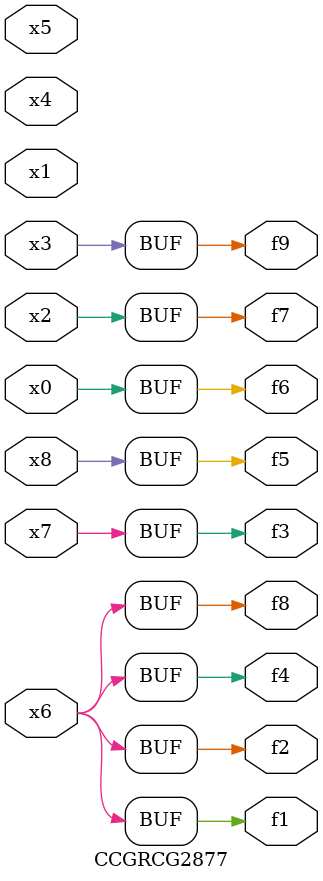
<source format=v>
module CCGRCG2877(
	input x0, x1, x2, x3, x4, x5, x6, x7, x8,
	output f1, f2, f3, f4, f5, f6, f7, f8, f9
);
	assign f1 = x6;
	assign f2 = x6;
	assign f3 = x7;
	assign f4 = x6;
	assign f5 = x8;
	assign f6 = x0;
	assign f7 = x2;
	assign f8 = x6;
	assign f9 = x3;
endmodule

</source>
